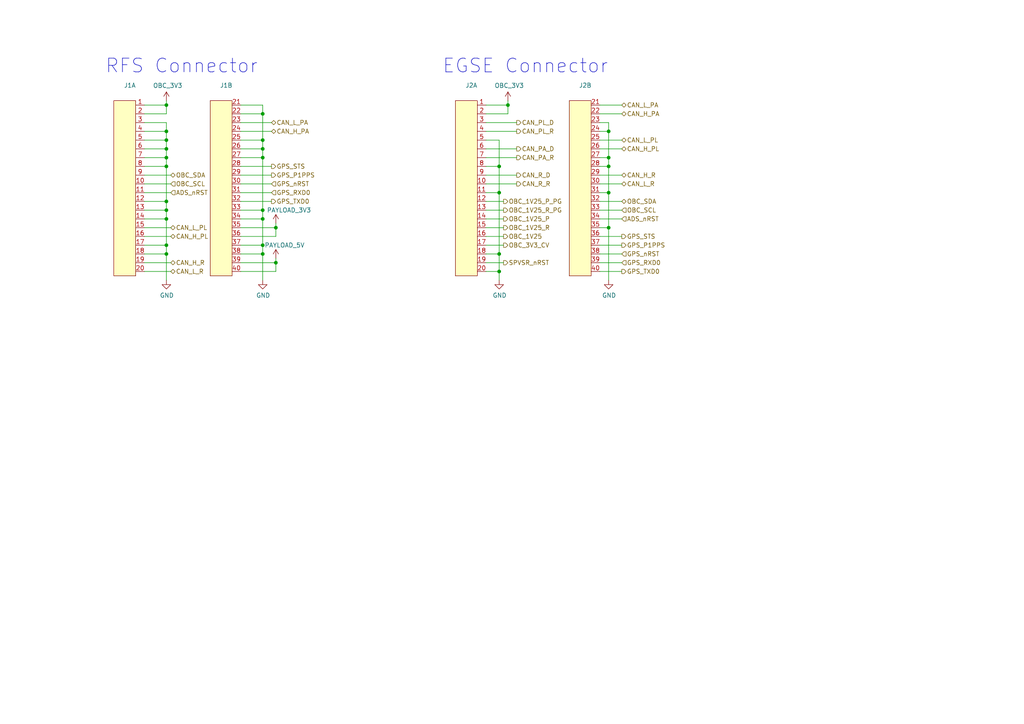
<source format=kicad_sch>
(kicad_sch (version 20211123) (generator eeschema)
  (paper "A4")
  (title_block (title "Singularity EGSE - Connectors") (date "2021-06-05") (rev "PROTO_B_v02") (company "The Flame Trench") (comment 1 "Drawn by:  Ben Cartwright") (comment 2 "Status:  PROTOTYPE") (comment 3 "(c) The Flame Trench 2021") (comment 4 "Licenced under CERN OHLv2-Strong"))
  (lib_symbols
    (symbol "TFT_connectors:ERF8-020-X"
      (property "Reference" "J" (at 1.27 16.51 0))
      (property "Value" "ERF8-020-X" (at 7.62 13.97 0))
      (symbol "ERF8-020-X_0_1"
        (rectangle (start 0 12.7) (end 6.35 -38.1) (fill (type background)))
      )
      (symbol "ERF8-020-X_1_1"
        (pin bidirectional line (at 8.89 11.43 180) (length 2.54) (name "~") (number "1"))
        (pin bidirectional line (at 8.89 -11.43 180) (length 2.54) (name "~") (number "10"))
        (pin bidirectional line (at 8.89 -13.97 180) (length 2.54) (name "~") (number "11"))
        (pin bidirectional line (at 8.89 -16.51 180) (length 2.54) (name "~") (number "12"))
        (pin bidirectional line (at 8.89 -19.05 180) (length 2.54) (name "~") (number "13"))
        (pin bidirectional line (at 8.89 -21.59 180) (length 2.54) (name "~") (number "14"))
        (pin bidirectional line (at 8.89 -24.13 180) (length 2.54) (name "~") (number "15"))
        (pin bidirectional line (at 8.89 -26.67 180) (length 2.54) (name "~") (number "16"))
        (pin bidirectional line (at 8.89 -29.21 180) (length 2.54) (name "~") (number "17"))
        (pin bidirectional line (at 8.89 -31.75 180) (length 2.54) (name "~") (number "18"))
        (pin bidirectional line (at 8.89 -34.29 180) (length 2.54) (name "~") (number "19"))
        (pin bidirectional line (at 8.89 8.89 180) (length 2.54) (name "~") (number "2"))
        (pin bidirectional line (at 8.89 -36.83 180) (length 2.54) (name "~") (number "20"))
        (pin bidirectional line (at 8.89 6.35 180) (length 2.54) (name "~") (number "3"))
        (pin bidirectional line (at 8.89 3.81 180) (length 2.54) (name "~") (number "4"))
        (pin bidirectional line (at 8.89 1.27 180) (length 2.54) (name "~") (number "5"))
        (pin bidirectional line (at 8.89 -1.27 180) (length 2.54) (name "~") (number "6"))
        (pin bidirectional line (at 8.89 -3.81 180) (length 2.54) (name "~") (number "7"))
        (pin bidirectional line (at 8.89 -6.35 180) (length 2.54) (name "~") (number "8"))
        (pin bidirectional line (at 8.89 -8.89 180) (length 2.54) (name "~") (number "9"))
      )
      (symbol "ERF8-020-X_2_1"
        (pin bidirectional line (at 8.89 11.43 180) (length 2.54) (name "~") (number "21"))
        (pin bidirectional line (at 8.89 8.89 180) (length 2.54) (name "~") (number "22"))
        (pin bidirectional line (at 8.89 6.35 180) (length 2.54) (name "~") (number "23"))
        (pin bidirectional line (at 8.89 3.81 180) (length 2.54) (name "~") (number "24"))
        (pin bidirectional line (at 8.89 1.27 180) (length 2.54) (name "~") (number "25"))
        (pin bidirectional line (at 8.89 -1.27 180) (length 2.54) (name "~") (number "26"))
        (pin bidirectional line (at 8.89 -3.81 180) (length 2.54) (name "~") (number "27"))
        (pin bidirectional line (at 8.89 -6.35 180) (length 2.54) (name "~") (number "28"))
        (pin bidirectional line (at 8.89 -8.89 180) (length 2.54) (name "~") (number "29"))
        (pin bidirectional line (at 8.89 -11.43 180) (length 2.54) (name "~") (number "30"))
        (pin bidirectional line (at 8.89 -13.97 180) (length 2.54) (name "~") (number "31"))
        (pin bidirectional line (at 8.89 -16.51 180) (length 2.54) (name "~") (number "32"))
        (pin bidirectional line (at 8.89 -19.05 180) (length 2.54) (name "~") (number "33"))
        (pin bidirectional line (at 8.89 -21.59 180) (length 2.54) (name "~") (number "34"))
        (pin bidirectional line (at 8.89 -24.13 180) (length 2.54) (name "~") (number "35"))
        (pin bidirectional line (at 8.89 -26.67 180) (length 2.54) (name "~") (number "36"))
        (pin bidirectional line (at 8.89 -29.21 180) (length 2.54) (name "~") (number "37"))
        (pin bidirectional line (at 8.89 -31.75 180) (length 2.54) (name "~") (number "38"))
        (pin bidirectional line (at 8.89 -34.29 180) (length 2.54) (name "~") (number "39"))
        (pin bidirectional line (at 8.89 -36.83 180) (length 2.54) (name "~") (number "40"))
      )
    )
    (symbol "TFT_connectors:MTSW-X20"
      (property "Reference" "J" (at 1.27 16.51 0))
      (property "Value" "MTSW-X20" (at 2.54 13.97 0))
      (symbol "MTSW-X20_0_1"
        (rectangle (start 0 12.7) (end 6.35 -38.1) (fill (type background)))
      )
      (symbol "MTSW-X20_1_1"
        (pin bidirectional line (at 8.89 11.43 180) (length 2.54) (name "~") (number "1"))
        (pin bidirectional line (at 8.89 -11.43 180) (length 2.54) (name "~") (number "10"))
        (pin bidirectional line (at 8.89 -13.97 180) (length 2.54) (name "~") (number "11"))
        (pin bidirectional line (at 8.89 -16.51 180) (length 2.54) (name "~") (number "12"))
        (pin bidirectional line (at 8.89 -19.05 180) (length 2.54) (name "~") (number "13"))
        (pin bidirectional line (at 8.89 -21.59 180) (length 2.54) (name "~") (number "14"))
        (pin bidirectional line (at 8.89 -24.13 180) (length 2.54) (name "~") (number "15"))
        (pin bidirectional line (at 8.89 -26.67 180) (length 2.54) (name "~") (number "16"))
        (pin bidirectional line (at 8.89 -29.21 180) (length 2.54) (name "~") (number "17"))
        (pin bidirectional line (at 8.89 -31.75 180) (length 2.54) (name "~") (number "18"))
        (pin bidirectional line (at 8.89 -34.29 180) (length 2.54) (name "~") (number "19"))
        (pin bidirectional line (at 8.89 8.89 180) (length 2.54) (name "~") (number "2"))
        (pin bidirectional line (at 8.89 -36.83 180) (length 2.54) (name "~") (number "20"))
        (pin bidirectional line (at 8.89 6.35 180) (length 2.54) (name "~") (number "3"))
        (pin bidirectional line (at 8.89 3.81 180) (length 2.54) (name "~") (number "4"))
        (pin bidirectional line (at 8.89 1.27 180) (length 2.54) (name "~") (number "5"))
        (pin bidirectional line (at 8.89 -1.27 180) (length 2.54) (name "~") (number "6"))
        (pin bidirectional line (at 8.89 -3.81 180) (length 2.54) (name "~") (number "7"))
        (pin bidirectional line (at 8.89 -6.35 180) (length 2.54) (name "~") (number "8"))
        (pin bidirectional line (at 8.89 -8.89 180) (length 2.54) (name "~") (number "9"))
      )
      (symbol "MTSW-X20_2_1"
        (pin bidirectional line (at 8.89 11.43 180) (length 2.54) (name "~") (number "21"))
        (pin bidirectional line (at 8.89 8.89 180) (length 2.54) (name "~") (number "22"))
        (pin bidirectional line (at 8.89 6.35 180) (length 2.54) (name "~") (number "23"))
        (pin bidirectional line (at 8.89 3.81 180) (length 2.54) (name "~") (number "24"))
        (pin bidirectional line (at 8.89 1.27 180) (length 2.54) (name "~") (number "25"))
        (pin bidirectional line (at 8.89 -1.27 180) (length 2.54) (name "~") (number "26"))
        (pin bidirectional line (at 8.89 -3.81 180) (length 2.54) (name "~") (number "27"))
        (pin bidirectional line (at 8.89 -6.35 180) (length 2.54) (name "~") (number "28"))
        (pin bidirectional line (at 8.89 -8.89 180) (length 2.54) (name "~") (number "29"))
        (pin bidirectional line (at 8.89 -11.43 180) (length 2.54) (name "~") (number "30"))
        (pin bidirectional line (at 8.89 -13.97 180) (length 2.54) (name "~") (number "31"))
        (pin bidirectional line (at 8.89 -16.51 180) (length 2.54) (name "~") (number "32"))
        (pin bidirectional line (at 8.89 -19.05 180) (length 2.54) (name "~") (number "33"))
        (pin bidirectional line (at 8.89 -21.59 180) (length 2.54) (name "~") (number "34"))
        (pin bidirectional line (at 8.89 -24.13 180) (length 2.54) (name "~") (number "35"))
        (pin bidirectional line (at 8.89 -26.67 180) (length 2.54) (name "~") (number "36"))
        (pin bidirectional line (at 8.89 -29.21 180) (length 2.54) (name "~") (number "37"))
        (pin bidirectional line (at 8.89 -31.75 180) (length 2.54) (name "~") (number "38"))
        (pin bidirectional line (at 8.89 -34.29 180) (length 2.54) (name "~") (number "39"))
        (pin bidirectional line (at 8.89 -36.83 180) (length 2.54) (name "~") (number "40"))
      )
    )
    (symbol "TFT_power:OBC_3V3" (power) (pin_names (offset 0))
      (property "Value" "OBC_3V3" (at 0 3.556 0))
      (symbol "OBC_3V3_0_1"
        (polyline (pts (xy -0.762 1.27) (xy 0 2.54)))
        (polyline (pts (xy 0 0) (xy 0 2.54)))
        (polyline (pts (xy 0 2.54) (xy 0.762 1.27)))
      )
      (symbol "OBC_3V3_1_1"
        (pin power_in line (at 0 0 90) (length 0) hide (name "OBC_3V3") (number "1"))
      )
    )
    (symbol "TFT_power:PAYLOAD_3V3" (power) (pin_names (offset 0))
      (property "Value" "PAYLOAD_3V3" (at 0 3.556 0))
      (symbol "PAYLOAD_3V3_0_1"
        (polyline (pts (xy -0.762 1.27) (xy 0 2.54)))
        (polyline (pts (xy 0 0) (xy 0 2.54)))
        (polyline (pts (xy 0 2.54) (xy 0.762 1.27)))
      )
      (symbol "PAYLOAD_3V3_1_1"
        (pin power_in line (at 0 0 90) (length 0) hide (name "PAYLOAD_3V3") (number "1"))
      )
    )
    (symbol "TFT_power:PAYLOAD_5V" (power) (pin_names (offset 0))
      (property "Value" "PAYLOAD_5V" (at 0 3.556 0))
      (symbol "PAYLOAD_5V_0_1"
        (polyline (pts (xy -0.762 1.27) (xy 0 2.54)))
        (polyline (pts (xy 0 0) (xy 0 2.54)))
        (polyline (pts (xy 0 2.54) (xy 0.762 1.27)))
      )
      (symbol "PAYLOAD_5V_1_1"
        (pin power_in line (at 0 0 90) (length 0) hide (name "PAYLOAD_5V") (number "1"))
      )
    )
    (symbol "power:GND" (power) (pin_names (offset 0))
      (property "Value" "GND" (at 0 -3.81 0))
      (symbol "GND_0_1"
        (polyline (pts (xy 0 0) (xy 0 -1.27) (xy 1.27 -1.27) (xy 0 -2.54) (xy -1.27 -1.27) (xy 0 -1.27)))
      )
      (symbol "GND_1_1"
        (pin power_in line (at 0 0 270) (length 0) hide (name "GND") (number "1"))
      )
    )
  )
  (junction (at 144.78 78.74))
  (junction (at 176.53 48.26))
  (junction (at 80.01 76.2))
  (junction (at 48.26 40.64))
  (junction (at 76.2 40.64))
  (junction (at 48.26 30.48))
  (junction (at 48.26 71.12))
  (junction (at 76.2 73.66))
  (junction (at 76.2 33.02))
  (junction (at 176.53 38.1))
  (junction (at 76.2 71.12))
  (junction (at 147.32 30.48))
  (junction (at 76.2 63.5))
  (junction (at 176.53 45.72))
  (junction (at 48.26 63.5))
  (junction (at 144.78 48.26))
  (junction (at 48.26 45.72))
  (junction (at 48.26 60.96))
  (junction (at 48.26 58.42))
  (junction (at 48.26 73.66))
  (junction (at 48.26 38.1))
  (junction (at 48.26 48.26))
  (junction (at 48.26 43.18))
  (junction (at 144.78 55.88))
  (junction (at 76.2 60.96))
  (junction (at 176.53 66.04))
  (junction (at 80.01 66.04))
  (junction (at 76.2 43.18))
  (junction (at 176.53 55.88))
  (junction (at 76.2 45.72))
  (junction (at 144.78 73.66))
  (wire (pts (xy 76.2 63.5) (xy 76.2 71.12)))
  (wire (pts (xy 176.53 35.56) (xy 173.99 35.56)))
  (wire (pts (xy 41.91 63.5) (xy 48.26 63.5)))
  (wire (pts (xy 48.26 40.64) (xy 48.26 38.1)))
  (wire (pts (xy 69.85 33.02) (xy 76.2 33.02)))
  (wire (pts (xy 173.99 30.48) (xy 180.34 30.48)))
  (wire (pts (xy 144.78 73.66) (xy 140.97 73.66)))
  (wire (pts (xy 80.01 78.74) (xy 80.01 76.2)))
  (wire (pts (xy 176.53 38.1) (xy 173.99 38.1)))
  (wire (pts (xy 48.26 48.26) (xy 48.26 45.72)))
  (wire (pts (xy 140.97 53.34) (xy 149.86 53.34)))
  (wire (pts (xy 173.99 73.66) (xy 180.34 73.66)))
  (wire (pts (xy 69.85 71.12) (xy 76.2 71.12)))
  (wire (pts (xy 41.91 58.42) (xy 48.26 58.42)))
  (wire (pts (xy 69.85 45.72) (xy 76.2 45.72)))
  (wire (pts (xy 49.53 50.8) (xy 41.91 50.8)))
  (wire (pts (xy 176.53 66.04) (xy 176.53 55.88)))
  (wire (pts (xy 176.53 66.04) (xy 173.99 66.04)))
  (wire (pts (xy 69.85 40.64) (xy 76.2 40.64)))
  (wire (pts (xy 48.26 35.56) (xy 41.91 35.56)))
  (wire (pts (xy 140.97 38.1) (xy 149.86 38.1)))
  (wire (pts (xy 147.32 33.02) (xy 147.32 30.48)))
  (wire (pts (xy 78.74 55.88) (xy 69.85 55.88)))
  (wire (pts (xy 144.78 55.88) (xy 140.97 55.88)))
  (wire (pts (xy 176.53 81.28) (xy 176.53 66.04)))
  (wire (pts (xy 49.53 78.74) (xy 41.91 78.74)))
  (wire (pts (xy 76.2 30.48) (xy 76.2 33.02)))
  (wire (pts (xy 173.99 63.5) (xy 180.34 63.5)))
  (wire (pts (xy 176.53 55.88) (xy 173.99 55.88)))
  (wire (pts (xy 41.91 33.02) (xy 48.26 33.02)))
  (wire (pts (xy 48.26 60.96) (xy 48.26 58.42)))
  (wire (pts (xy 41.91 53.34) (xy 49.53 53.34)))
  (wire (pts (xy 173.99 33.02) (xy 180.34 33.02)))
  (wire (pts (xy 149.86 50.8) (xy 140.97 50.8)))
  (wire (pts (xy 176.53 48.26) (xy 176.53 45.72)))
  (wire (pts (xy 41.91 45.72) (xy 48.26 45.72)))
  (wire (pts (xy 48.26 38.1) (xy 48.26 35.56)))
  (wire (pts (xy 49.53 76.2) (xy 41.91 76.2)))
  (wire (pts (xy 76.2 60.96) (xy 76.2 63.5)))
  (wire (pts (xy 69.85 66.04) (xy 80.01 66.04)))
  (wire (pts (xy 78.74 48.26) (xy 69.85 48.26)))
  (wire (pts (xy 78.74 58.42) (xy 69.85 58.42)))
  (wire (pts (xy 48.26 30.48) (xy 48.26 29.21)))
  (wire (pts (xy 173.99 78.74) (xy 180.34 78.74)))
  (wire (pts (xy 41.91 30.48) (xy 48.26 30.48)))
  (wire (pts (xy 48.26 73.66) (xy 48.26 71.12)))
  (wire (pts (xy 69.85 30.48) (xy 76.2 30.48)))
  (wire (pts (xy 80.01 74.93) (xy 80.01 76.2)))
  (wire (pts (xy 41.91 38.1) (xy 48.26 38.1)))
  (wire (pts (xy 41.91 40.64) (xy 48.26 40.64)))
  (wire (pts (xy 176.53 48.26) (xy 173.99 48.26)))
  (wire (pts (xy 78.74 35.56) (xy 69.85 35.56)))
  (wire (pts (xy 173.99 53.34) (xy 180.34 53.34)))
  (wire (pts (xy 173.99 68.58) (xy 180.34 68.58)))
  (wire (pts (xy 140.97 45.72) (xy 149.86 45.72)))
  (wire (pts (xy 147.32 30.48) (xy 147.32 29.21)))
  (wire (pts (xy 146.05 71.12) (xy 140.97 71.12)))
  (wire (pts (xy 80.01 68.58) (xy 80.01 66.04)))
  (wire (pts (xy 76.2 33.02) (xy 76.2 40.64)))
  (wire (pts (xy 173.99 60.96) (xy 180.34 60.96)))
  (wire (pts (xy 78.74 38.1) (xy 69.85 38.1)))
  (wire (pts (xy 140.97 33.02) (xy 147.32 33.02)))
  (wire (pts (xy 146.05 63.5) (xy 140.97 63.5)))
  (wire (pts (xy 173.99 50.8) (xy 180.34 50.8)))
  (wire (pts (xy 41.91 48.26) (xy 48.26 48.26)))
  (wire (pts (xy 48.26 71.12) (xy 48.26 63.5)))
  (wire (pts (xy 76.2 45.72) (xy 76.2 60.96)))
  (wire (pts (xy 78.74 50.8) (xy 69.85 50.8)))
  (wire (pts (xy 144.78 48.26) (xy 144.78 40.64)))
  (wire (pts (xy 80.01 76.2) (xy 69.85 76.2)))
  (wire (pts (xy 146.05 58.42) (xy 140.97 58.42)))
  (wire (pts (xy 144.78 73.66) (xy 144.78 55.88)))
  (wire (pts (xy 144.78 81.28) (xy 144.78 78.74)))
  (wire (pts (xy 140.97 30.48) (xy 147.32 30.48)))
  (wire (pts (xy 69.85 43.18) (xy 76.2 43.18)))
  (wire (pts (xy 48.26 58.42) (xy 48.26 48.26)))
  (wire (pts (xy 69.85 73.66) (xy 76.2 73.66)))
  (wire (pts (xy 146.05 68.58) (xy 140.97 68.58)))
  (wire (pts (xy 49.53 66.04) (xy 41.91 66.04)))
  (wire (pts (xy 140.97 60.96) (xy 146.05 60.96)))
  (wire (pts (xy 176.53 38.1) (xy 176.53 35.56)))
  (wire (pts (xy 76.2 40.64) (xy 76.2 43.18)))
  (wire (pts (xy 49.53 68.58) (xy 41.91 68.58)))
  (wire (pts (xy 146.05 76.2) (xy 140.97 76.2)))
  (wire (pts (xy 176.53 55.88) (xy 176.53 48.26)))
  (wire (pts (xy 69.85 63.5) (xy 76.2 63.5)))
  (wire (pts (xy 49.53 55.88) (xy 41.91 55.88)))
  (wire (pts (xy 76.2 71.12) (xy 76.2 73.66)))
  (wire (pts (xy 48.26 45.72) (xy 48.26 43.18)))
  (wire (pts (xy 144.78 78.74) (xy 144.78 73.66)))
  (wire (pts (xy 149.86 35.56) (xy 140.97 35.56)))
  (wire (pts (xy 176.53 45.72) (xy 173.99 45.72)))
  (wire (pts (xy 144.78 48.26) (xy 140.97 48.26)))
  (wire (pts (xy 41.91 71.12) (xy 48.26 71.12)))
  (wire (pts (xy 173.99 43.18) (xy 180.34 43.18)))
  (wire (pts (xy 149.86 43.18) (xy 140.97 43.18)))
  (wire (pts (xy 41.91 73.66) (xy 48.26 73.66)))
  (wire (pts (xy 173.99 58.42) (xy 180.34 58.42)))
  (wire (pts (xy 144.78 78.74) (xy 140.97 78.74)))
  (wire (pts (xy 78.74 53.34) (xy 69.85 53.34)))
  (wire (pts (xy 140.97 66.04) (xy 146.05 66.04)))
  (wire (pts (xy 173.99 76.2) (xy 180.34 76.2)))
  (wire (pts (xy 173.99 71.12) (xy 180.34 71.12)))
  (wire (pts (xy 76.2 43.18) (xy 76.2 45.72)))
  (wire (pts (xy 176.53 45.72) (xy 176.53 38.1)))
  (wire (pts (xy 41.91 43.18) (xy 48.26 43.18)))
  (wire (pts (xy 144.78 55.88) (xy 144.78 48.26)))
  (wire (pts (xy 48.26 81.28) (xy 48.26 73.66)))
  (wire (pts (xy 69.85 68.58) (xy 80.01 68.58)))
  (wire (pts (xy 173.99 40.64) (xy 180.34 40.64)))
  (wire (pts (xy 80.01 66.04) (xy 80.01 64.77)))
  (wire (pts (xy 41.91 60.96) (xy 48.26 60.96)))
  (wire (pts (xy 48.26 63.5) (xy 48.26 60.96)))
  (wire (pts (xy 69.85 60.96) (xy 76.2 60.96)))
  (wire (pts (xy 48.26 43.18) (xy 48.26 40.64)))
  (wire (pts (xy 76.2 73.66) (xy 76.2 81.28)))
  (wire (pts (xy 69.85 78.74) (xy 80.01 78.74)))
  (wire (pts (xy 48.26 33.02) (xy 48.26 30.48)))
  (wire (pts (xy 144.78 40.64) (xy 140.97 40.64)))
  (text "EGSE Connector" (at 128.27 21.59 0) (effects (font (size 3.9878 3.9878)) (justify left bottom)))
  (text "RFS Connector" (at 30.48 21.59 0) (effects (font (size 3.9878 3.9878)) (justify left bottom)))
  (hierarchical_label "OBC_1V25_P_PG" (shape output) (at 146.05 58.42 0))
  (hierarchical_label "OBC_SCL" (shape input) (at 180.34 60.96 0))
  (hierarchical_label "OBC_3V3_CV" (shape output) (at 146.05 71.12 0))
  (hierarchical_label "OBC_SDA" (shape bidirectional) (at 180.34 58.42 0))
  (hierarchical_label "CAN_L_R" (shape bidirectional) (at 180.34 53.34 0))
  (hierarchical_label "CAN_H_R" (shape bidirectional) (at 49.53 76.2 0))
  (hierarchical_label "GPS_P1PPS" (shape output) (at 180.34 71.12 0))
  (hierarchical_label "GPS_RXD0" (shape input) (at 78.74 55.88 0))
  (hierarchical_label "CAN_PA_R" (shape output) (at 149.86 45.72 0))
  (hierarchical_label "CAN_H_R" (shape bidirectional) (at 180.34 50.8 0))
  (hierarchical_label "CAN_L_PA" (shape bidirectional) (at 78.74 35.56 0))
  (hierarchical_label "CAN_L_R" (shape bidirectional) (at 49.53 78.74 0))
  (hierarchical_label "GPS_nRST" (shape input) (at 180.34 73.66 0))
  (hierarchical_label "GPS_TXD0" (shape output) (at 78.74 58.42 0))
  (hierarchical_label "ADS_nRST" (shape input) (at 49.53 55.88 0))
  (hierarchical_label "CAN_H_PL" (shape bidirectional) (at 49.53 68.58 0))
  (hierarchical_label "SPVSR_nRST" (shape output) (at 146.05 76.2 0))
  (hierarchical_label "GPS_STS" (shape output) (at 180.34 68.58 0))
  (hierarchical_label "CAN_PA_D" (shape output) (at 149.86 43.18 0))
  (hierarchical_label "GPS_P1PPS" (shape output) (at 78.74 50.8 0))
  (hierarchical_label "ADS_nRST" (shape input) (at 180.34 63.5 0))
  (hierarchical_label "CAN_R_R" (shape output) (at 149.86 53.34 0))
  (hierarchical_label "OBC_1V25_P" (shape output) (at 146.05 63.5 0))
  (hierarchical_label "CAN_H_PL" (shape bidirectional) (at 180.34 43.18 0))
  (hierarchical_label "OBC_SDA" (shape bidirectional) (at 49.53 50.8 0))
  (hierarchical_label "CAN_L_PL" (shape bidirectional) (at 49.53 66.04 0))
  (hierarchical_label "CAN_H_PA" (shape bidirectional) (at 78.74 38.1 0))
  (hierarchical_label "CAN_H_PA" (shape bidirectional) (at 180.34 33.02 0))
  (hierarchical_label "CAN_PL_D" (shape output) (at 149.86 35.56 0))
  (hierarchical_label "CAN_PL_R" (shape output) (at 149.86 38.1 0))
  (hierarchical_label "OBC_1V25" (shape output) (at 146.05 68.58 0))
  (hierarchical_label "CAN_L_PA" (shape bidirectional) (at 180.34 30.48 0))
  (hierarchical_label "GPS_STS" (shape output) (at 78.74 48.26 0))
  (hierarchical_label "GPS_RXD0" (shape input) (at 180.34 76.2 0))
  (hierarchical_label "CAN_R_D" (shape output) (at 149.86 50.8 0))
  (hierarchical_label "OBC_1V25_R" (shape output) (at 146.05 66.04 0))
  (hierarchical_label "OBC_SCL" (shape input) (at 49.53 53.34 0))
  (hierarchical_label "CAN_L_PL" (shape bidirectional) (at 180.34 40.64 0))
  (hierarchical_label "GPS_TXD0" (shape output) (at 180.34 78.74 0))
  (hierarchical_label "GPS_nRST" (shape input) (at 78.74 53.34 0))
  (hierarchical_label "OBC_1V25_R_PG" (shape output) (at 146.05 60.96 0))
  (symbol (lib_id "TFT_power:OBC_3V3") (at 48.26 29.21 0) (unit 1)
    (property "Reference" "#PWR033" (effects hide))
  )
  (symbol (lib_id "power:GND") (at 48.26 81.28 0) (unit 1)
    (property "Reference" "#PWR034" (effects hide))
  )
  (symbol (lib_id "power:GND") (at 76.2 81.28 0) (unit 1)
    (property "Reference" "#PWR036" (effects hide))
  )
  (symbol (lib_id "TFT_power:PAYLOAD_3V3") (at 80.01 64.77 0) (unit 1)
    (property "Reference" "#PWR037" (effects hide))
  )
  (symbol (lib_id "TFT_power:PAYLOAD_5V") (at 80.01 74.93 0) (unit 1)
    (property "Reference" "#PWR038" (effects hide))
  )
  (symbol (lib_id "TFT_connectors:MTSW-X20") (at 132.08 41.91 0) (unit 1)
    (property "Reference" "J2" (at 136.7282 24.765 0))
    (property "Datasheet" "https://suddendocs.samtec.com/catalog_english/mtsw.pdf" (effects hide))
    (property "PartNumber" "MTSW-120-08-G-D-160-RA" (effects hide))
  )
  (symbol (lib_id "TFT_connectors:MTSW-X20") (at 165.1 41.91 0) (unit 2)
    (property "Reference" "J2" (at 169.7482 24.765 0))
    (property "Datasheet" "https://suddendocs.samtec.com/catalog_english/mtsw.pdf" (effects hide))
    (property "PartNumber" "MTSW-120-08-G-D-160-RA" (effects hide))
  )
  (symbol (lib_id "power:GND") (at 176.53 81.28 0) (unit 1)
    (property "Reference" "#PWR0101" (effects hide))
  )
  (symbol (lib_id "TFT_power:OBC_3V3") (at 147.32 29.21 0) (unit 1)
    (property "Reference" "#PWR0102" (effects hide))
  )
  (symbol (lib_id "power:GND") (at 144.78 81.28 0) (unit 1)
    (property "Reference" "#PWR0103" (effects hide))
  )
  (symbol (lib_id "TFT_connectors:ERF8-020-X") (at 33.02 41.91 0) (unit 1)
    (property "Reference" "J1" (at 37.6682 24.765 0))
    (property "Datasheet" "https://www.mouser.co.uk/datasheet/2/527/erf8-1369924.pdf" (effects hide))
  )
  (symbol (lib_id "TFT_connectors:ERF8-020-X") (at 60.96 41.91 0) (unit 2)
    (property "Reference" "J1" (at 65.6082 24.765 0))
    (property "Datasheet" "https://www.mouser.co.uk/datasheet/2/527/erf8-1369924.pdf" (effects hide))
  )
)
</source>
